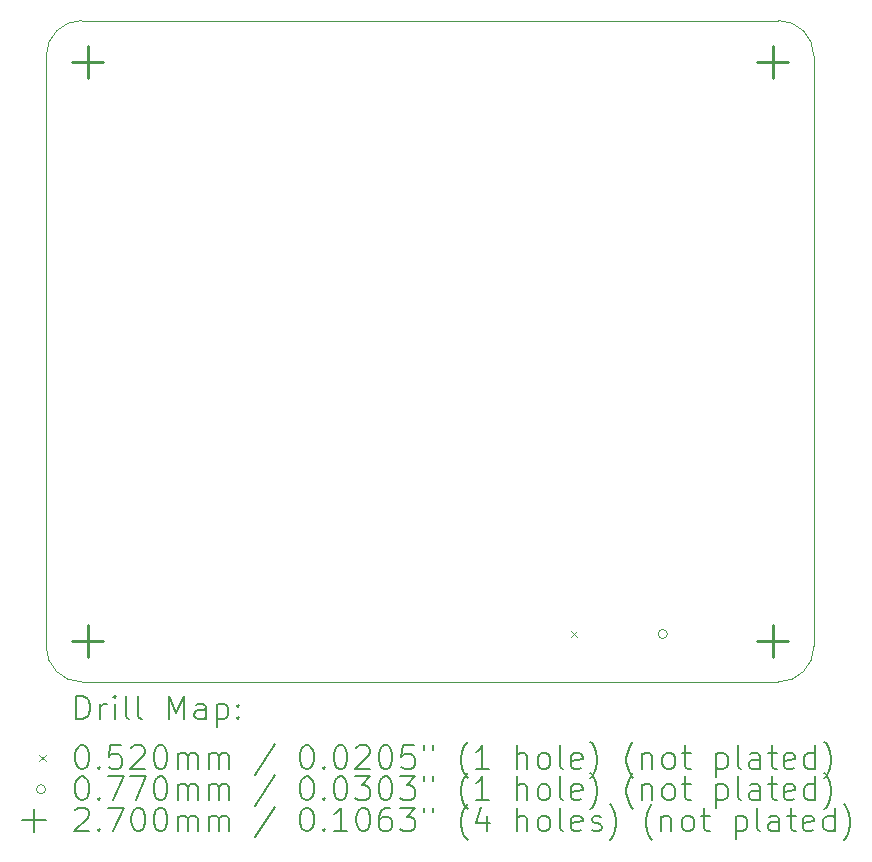
<source format=gbr>
%TF.GenerationSoftware,KiCad,Pcbnew,8.0.2*%
%TF.CreationDate,2024-09-30T17:16:10+02:00*%
%TF.ProjectId,AMS Dongle,414d5320-446f-46e6-976c-652e6b696361,rev?*%
%TF.SameCoordinates,Original*%
%TF.FileFunction,Drillmap*%
%TF.FilePolarity,Positive*%
%FSLAX45Y45*%
G04 Gerber Fmt 4.5, Leading zero omitted, Abs format (unit mm)*
G04 Created by KiCad (PCBNEW 8.0.2) date 2024-09-30 17:16:10*
%MOMM*%
%LPD*%
G01*
G04 APERTURE LIST*
%ADD10C,0.100000*%
%ADD11C,0.200000*%
%ADD12C,0.270000*%
G04 APERTURE END LIST*
D10*
X16200000Y-4400000D02*
G75*
G02*
X16500000Y-4700000I0J-300000D01*
G01*
X16500000Y-9700000D02*
X16500000Y-4700000D01*
X10000000Y-4700000D02*
X10000000Y-6300000D01*
X10000000Y-6300000D02*
X10000000Y-8100000D01*
X10300000Y-10000000D02*
G75*
G02*
X10000000Y-9700000I0J300000D01*
G01*
X16050000Y-10000000D02*
X15592500Y-10000000D01*
X15592500Y-10000000D02*
X10550000Y-10000000D01*
X10300000Y-10000000D02*
X10550000Y-10000000D01*
X16050000Y-10000000D02*
X16200000Y-10000000D01*
X16500000Y-9700000D02*
G75*
G02*
X16200000Y-10000000I-300000J0D01*
G01*
X10000000Y-4700000D02*
G75*
G02*
X10300000Y-4400000I300000J0D01*
G01*
X10000000Y-8100000D02*
X10000000Y-9700000D01*
X16200000Y-4400000D02*
X10300000Y-4400000D01*
D11*
D10*
X14444000Y-9568000D02*
X14496000Y-9620000D01*
X14496000Y-9568000D02*
X14444000Y-9620000D01*
X15258500Y-9594000D02*
G75*
G02*
X15181500Y-9594000I-38500J0D01*
G01*
X15181500Y-9594000D02*
G75*
G02*
X15258500Y-9594000I38500J0D01*
G01*
D12*
X10350000Y-4615000D02*
X10350000Y-4885000D01*
X10215000Y-4750000D02*
X10485000Y-4750000D01*
X10350000Y-9515000D02*
X10350000Y-9785000D01*
X10215000Y-9650000D02*
X10485000Y-9650000D01*
X16150000Y-4615000D02*
X16150000Y-4885000D01*
X16015000Y-4750000D02*
X16285000Y-4750000D01*
X16150000Y-9515000D02*
X16150000Y-9785000D01*
X16015000Y-9650000D02*
X16285000Y-9650000D01*
D11*
X10255777Y-10316484D02*
X10255777Y-10116484D01*
X10255777Y-10116484D02*
X10303396Y-10116484D01*
X10303396Y-10116484D02*
X10331967Y-10126008D01*
X10331967Y-10126008D02*
X10351015Y-10145055D01*
X10351015Y-10145055D02*
X10360539Y-10164103D01*
X10360539Y-10164103D02*
X10370063Y-10202198D01*
X10370063Y-10202198D02*
X10370063Y-10230770D01*
X10370063Y-10230770D02*
X10360539Y-10268865D01*
X10360539Y-10268865D02*
X10351015Y-10287912D01*
X10351015Y-10287912D02*
X10331967Y-10306960D01*
X10331967Y-10306960D02*
X10303396Y-10316484D01*
X10303396Y-10316484D02*
X10255777Y-10316484D01*
X10455777Y-10316484D02*
X10455777Y-10183150D01*
X10455777Y-10221246D02*
X10465301Y-10202198D01*
X10465301Y-10202198D02*
X10474824Y-10192674D01*
X10474824Y-10192674D02*
X10493872Y-10183150D01*
X10493872Y-10183150D02*
X10512920Y-10183150D01*
X10579586Y-10316484D02*
X10579586Y-10183150D01*
X10579586Y-10116484D02*
X10570063Y-10126008D01*
X10570063Y-10126008D02*
X10579586Y-10135531D01*
X10579586Y-10135531D02*
X10589110Y-10126008D01*
X10589110Y-10126008D02*
X10579586Y-10116484D01*
X10579586Y-10116484D02*
X10579586Y-10135531D01*
X10703396Y-10316484D02*
X10684348Y-10306960D01*
X10684348Y-10306960D02*
X10674824Y-10287912D01*
X10674824Y-10287912D02*
X10674824Y-10116484D01*
X10808158Y-10316484D02*
X10789110Y-10306960D01*
X10789110Y-10306960D02*
X10779586Y-10287912D01*
X10779586Y-10287912D02*
X10779586Y-10116484D01*
X11036729Y-10316484D02*
X11036729Y-10116484D01*
X11036729Y-10116484D02*
X11103396Y-10259341D01*
X11103396Y-10259341D02*
X11170063Y-10116484D01*
X11170063Y-10116484D02*
X11170063Y-10316484D01*
X11351015Y-10316484D02*
X11351015Y-10211722D01*
X11351015Y-10211722D02*
X11341491Y-10192674D01*
X11341491Y-10192674D02*
X11322443Y-10183150D01*
X11322443Y-10183150D02*
X11284348Y-10183150D01*
X11284348Y-10183150D02*
X11265301Y-10192674D01*
X11351015Y-10306960D02*
X11331967Y-10316484D01*
X11331967Y-10316484D02*
X11284348Y-10316484D01*
X11284348Y-10316484D02*
X11265301Y-10306960D01*
X11265301Y-10306960D02*
X11255777Y-10287912D01*
X11255777Y-10287912D02*
X11255777Y-10268865D01*
X11255777Y-10268865D02*
X11265301Y-10249817D01*
X11265301Y-10249817D02*
X11284348Y-10240293D01*
X11284348Y-10240293D02*
X11331967Y-10240293D01*
X11331967Y-10240293D02*
X11351015Y-10230770D01*
X11446253Y-10183150D02*
X11446253Y-10383150D01*
X11446253Y-10192674D02*
X11465301Y-10183150D01*
X11465301Y-10183150D02*
X11503396Y-10183150D01*
X11503396Y-10183150D02*
X11522443Y-10192674D01*
X11522443Y-10192674D02*
X11531967Y-10202198D01*
X11531967Y-10202198D02*
X11541491Y-10221246D01*
X11541491Y-10221246D02*
X11541491Y-10278389D01*
X11541491Y-10278389D02*
X11531967Y-10297436D01*
X11531967Y-10297436D02*
X11522443Y-10306960D01*
X11522443Y-10306960D02*
X11503396Y-10316484D01*
X11503396Y-10316484D02*
X11465301Y-10316484D01*
X11465301Y-10316484D02*
X11446253Y-10306960D01*
X11627205Y-10297436D02*
X11636729Y-10306960D01*
X11636729Y-10306960D02*
X11627205Y-10316484D01*
X11627205Y-10316484D02*
X11617682Y-10306960D01*
X11617682Y-10306960D02*
X11627205Y-10297436D01*
X11627205Y-10297436D02*
X11627205Y-10316484D01*
X11627205Y-10192674D02*
X11636729Y-10202198D01*
X11636729Y-10202198D02*
X11627205Y-10211722D01*
X11627205Y-10211722D02*
X11617682Y-10202198D01*
X11617682Y-10202198D02*
X11627205Y-10192674D01*
X11627205Y-10192674D02*
X11627205Y-10211722D01*
D10*
X9943000Y-10619000D02*
X9995000Y-10671000D01*
X9995000Y-10619000D02*
X9943000Y-10671000D01*
D11*
X10293872Y-10536484D02*
X10312920Y-10536484D01*
X10312920Y-10536484D02*
X10331967Y-10546008D01*
X10331967Y-10546008D02*
X10341491Y-10555531D01*
X10341491Y-10555531D02*
X10351015Y-10574579D01*
X10351015Y-10574579D02*
X10360539Y-10612674D01*
X10360539Y-10612674D02*
X10360539Y-10660293D01*
X10360539Y-10660293D02*
X10351015Y-10698389D01*
X10351015Y-10698389D02*
X10341491Y-10717436D01*
X10341491Y-10717436D02*
X10331967Y-10726960D01*
X10331967Y-10726960D02*
X10312920Y-10736484D01*
X10312920Y-10736484D02*
X10293872Y-10736484D01*
X10293872Y-10736484D02*
X10274824Y-10726960D01*
X10274824Y-10726960D02*
X10265301Y-10717436D01*
X10265301Y-10717436D02*
X10255777Y-10698389D01*
X10255777Y-10698389D02*
X10246253Y-10660293D01*
X10246253Y-10660293D02*
X10246253Y-10612674D01*
X10246253Y-10612674D02*
X10255777Y-10574579D01*
X10255777Y-10574579D02*
X10265301Y-10555531D01*
X10265301Y-10555531D02*
X10274824Y-10546008D01*
X10274824Y-10546008D02*
X10293872Y-10536484D01*
X10446253Y-10717436D02*
X10455777Y-10726960D01*
X10455777Y-10726960D02*
X10446253Y-10736484D01*
X10446253Y-10736484D02*
X10436729Y-10726960D01*
X10436729Y-10726960D02*
X10446253Y-10717436D01*
X10446253Y-10717436D02*
X10446253Y-10736484D01*
X10636729Y-10536484D02*
X10541491Y-10536484D01*
X10541491Y-10536484D02*
X10531967Y-10631722D01*
X10531967Y-10631722D02*
X10541491Y-10622198D01*
X10541491Y-10622198D02*
X10560539Y-10612674D01*
X10560539Y-10612674D02*
X10608158Y-10612674D01*
X10608158Y-10612674D02*
X10627205Y-10622198D01*
X10627205Y-10622198D02*
X10636729Y-10631722D01*
X10636729Y-10631722D02*
X10646253Y-10650770D01*
X10646253Y-10650770D02*
X10646253Y-10698389D01*
X10646253Y-10698389D02*
X10636729Y-10717436D01*
X10636729Y-10717436D02*
X10627205Y-10726960D01*
X10627205Y-10726960D02*
X10608158Y-10736484D01*
X10608158Y-10736484D02*
X10560539Y-10736484D01*
X10560539Y-10736484D02*
X10541491Y-10726960D01*
X10541491Y-10726960D02*
X10531967Y-10717436D01*
X10722444Y-10555531D02*
X10731967Y-10546008D01*
X10731967Y-10546008D02*
X10751015Y-10536484D01*
X10751015Y-10536484D02*
X10798634Y-10536484D01*
X10798634Y-10536484D02*
X10817682Y-10546008D01*
X10817682Y-10546008D02*
X10827205Y-10555531D01*
X10827205Y-10555531D02*
X10836729Y-10574579D01*
X10836729Y-10574579D02*
X10836729Y-10593627D01*
X10836729Y-10593627D02*
X10827205Y-10622198D01*
X10827205Y-10622198D02*
X10712920Y-10736484D01*
X10712920Y-10736484D02*
X10836729Y-10736484D01*
X10960539Y-10536484D02*
X10979586Y-10536484D01*
X10979586Y-10536484D02*
X10998634Y-10546008D01*
X10998634Y-10546008D02*
X11008158Y-10555531D01*
X11008158Y-10555531D02*
X11017682Y-10574579D01*
X11017682Y-10574579D02*
X11027205Y-10612674D01*
X11027205Y-10612674D02*
X11027205Y-10660293D01*
X11027205Y-10660293D02*
X11017682Y-10698389D01*
X11017682Y-10698389D02*
X11008158Y-10717436D01*
X11008158Y-10717436D02*
X10998634Y-10726960D01*
X10998634Y-10726960D02*
X10979586Y-10736484D01*
X10979586Y-10736484D02*
X10960539Y-10736484D01*
X10960539Y-10736484D02*
X10941491Y-10726960D01*
X10941491Y-10726960D02*
X10931967Y-10717436D01*
X10931967Y-10717436D02*
X10922444Y-10698389D01*
X10922444Y-10698389D02*
X10912920Y-10660293D01*
X10912920Y-10660293D02*
X10912920Y-10612674D01*
X10912920Y-10612674D02*
X10922444Y-10574579D01*
X10922444Y-10574579D02*
X10931967Y-10555531D01*
X10931967Y-10555531D02*
X10941491Y-10546008D01*
X10941491Y-10546008D02*
X10960539Y-10536484D01*
X11112920Y-10736484D02*
X11112920Y-10603150D01*
X11112920Y-10622198D02*
X11122444Y-10612674D01*
X11122444Y-10612674D02*
X11141491Y-10603150D01*
X11141491Y-10603150D02*
X11170063Y-10603150D01*
X11170063Y-10603150D02*
X11189110Y-10612674D01*
X11189110Y-10612674D02*
X11198634Y-10631722D01*
X11198634Y-10631722D02*
X11198634Y-10736484D01*
X11198634Y-10631722D02*
X11208158Y-10612674D01*
X11208158Y-10612674D02*
X11227205Y-10603150D01*
X11227205Y-10603150D02*
X11255777Y-10603150D01*
X11255777Y-10603150D02*
X11274824Y-10612674D01*
X11274824Y-10612674D02*
X11284348Y-10631722D01*
X11284348Y-10631722D02*
X11284348Y-10736484D01*
X11379586Y-10736484D02*
X11379586Y-10603150D01*
X11379586Y-10622198D02*
X11389110Y-10612674D01*
X11389110Y-10612674D02*
X11408158Y-10603150D01*
X11408158Y-10603150D02*
X11436729Y-10603150D01*
X11436729Y-10603150D02*
X11455777Y-10612674D01*
X11455777Y-10612674D02*
X11465301Y-10631722D01*
X11465301Y-10631722D02*
X11465301Y-10736484D01*
X11465301Y-10631722D02*
X11474824Y-10612674D01*
X11474824Y-10612674D02*
X11493872Y-10603150D01*
X11493872Y-10603150D02*
X11522443Y-10603150D01*
X11522443Y-10603150D02*
X11541491Y-10612674D01*
X11541491Y-10612674D02*
X11551015Y-10631722D01*
X11551015Y-10631722D02*
X11551015Y-10736484D01*
X11941491Y-10526960D02*
X11770063Y-10784103D01*
X12198634Y-10536484D02*
X12217682Y-10536484D01*
X12217682Y-10536484D02*
X12236729Y-10546008D01*
X12236729Y-10546008D02*
X12246253Y-10555531D01*
X12246253Y-10555531D02*
X12255777Y-10574579D01*
X12255777Y-10574579D02*
X12265301Y-10612674D01*
X12265301Y-10612674D02*
X12265301Y-10660293D01*
X12265301Y-10660293D02*
X12255777Y-10698389D01*
X12255777Y-10698389D02*
X12246253Y-10717436D01*
X12246253Y-10717436D02*
X12236729Y-10726960D01*
X12236729Y-10726960D02*
X12217682Y-10736484D01*
X12217682Y-10736484D02*
X12198634Y-10736484D01*
X12198634Y-10736484D02*
X12179586Y-10726960D01*
X12179586Y-10726960D02*
X12170063Y-10717436D01*
X12170063Y-10717436D02*
X12160539Y-10698389D01*
X12160539Y-10698389D02*
X12151015Y-10660293D01*
X12151015Y-10660293D02*
X12151015Y-10612674D01*
X12151015Y-10612674D02*
X12160539Y-10574579D01*
X12160539Y-10574579D02*
X12170063Y-10555531D01*
X12170063Y-10555531D02*
X12179586Y-10546008D01*
X12179586Y-10546008D02*
X12198634Y-10536484D01*
X12351015Y-10717436D02*
X12360539Y-10726960D01*
X12360539Y-10726960D02*
X12351015Y-10736484D01*
X12351015Y-10736484D02*
X12341491Y-10726960D01*
X12341491Y-10726960D02*
X12351015Y-10717436D01*
X12351015Y-10717436D02*
X12351015Y-10736484D01*
X12484348Y-10536484D02*
X12503396Y-10536484D01*
X12503396Y-10536484D02*
X12522444Y-10546008D01*
X12522444Y-10546008D02*
X12531967Y-10555531D01*
X12531967Y-10555531D02*
X12541491Y-10574579D01*
X12541491Y-10574579D02*
X12551015Y-10612674D01*
X12551015Y-10612674D02*
X12551015Y-10660293D01*
X12551015Y-10660293D02*
X12541491Y-10698389D01*
X12541491Y-10698389D02*
X12531967Y-10717436D01*
X12531967Y-10717436D02*
X12522444Y-10726960D01*
X12522444Y-10726960D02*
X12503396Y-10736484D01*
X12503396Y-10736484D02*
X12484348Y-10736484D01*
X12484348Y-10736484D02*
X12465301Y-10726960D01*
X12465301Y-10726960D02*
X12455777Y-10717436D01*
X12455777Y-10717436D02*
X12446253Y-10698389D01*
X12446253Y-10698389D02*
X12436729Y-10660293D01*
X12436729Y-10660293D02*
X12436729Y-10612674D01*
X12436729Y-10612674D02*
X12446253Y-10574579D01*
X12446253Y-10574579D02*
X12455777Y-10555531D01*
X12455777Y-10555531D02*
X12465301Y-10546008D01*
X12465301Y-10546008D02*
X12484348Y-10536484D01*
X12627206Y-10555531D02*
X12636729Y-10546008D01*
X12636729Y-10546008D02*
X12655777Y-10536484D01*
X12655777Y-10536484D02*
X12703396Y-10536484D01*
X12703396Y-10536484D02*
X12722444Y-10546008D01*
X12722444Y-10546008D02*
X12731967Y-10555531D01*
X12731967Y-10555531D02*
X12741491Y-10574579D01*
X12741491Y-10574579D02*
X12741491Y-10593627D01*
X12741491Y-10593627D02*
X12731967Y-10622198D01*
X12731967Y-10622198D02*
X12617682Y-10736484D01*
X12617682Y-10736484D02*
X12741491Y-10736484D01*
X12865301Y-10536484D02*
X12884348Y-10536484D01*
X12884348Y-10536484D02*
X12903396Y-10546008D01*
X12903396Y-10546008D02*
X12912920Y-10555531D01*
X12912920Y-10555531D02*
X12922444Y-10574579D01*
X12922444Y-10574579D02*
X12931967Y-10612674D01*
X12931967Y-10612674D02*
X12931967Y-10660293D01*
X12931967Y-10660293D02*
X12922444Y-10698389D01*
X12922444Y-10698389D02*
X12912920Y-10717436D01*
X12912920Y-10717436D02*
X12903396Y-10726960D01*
X12903396Y-10726960D02*
X12884348Y-10736484D01*
X12884348Y-10736484D02*
X12865301Y-10736484D01*
X12865301Y-10736484D02*
X12846253Y-10726960D01*
X12846253Y-10726960D02*
X12836729Y-10717436D01*
X12836729Y-10717436D02*
X12827206Y-10698389D01*
X12827206Y-10698389D02*
X12817682Y-10660293D01*
X12817682Y-10660293D02*
X12817682Y-10612674D01*
X12817682Y-10612674D02*
X12827206Y-10574579D01*
X12827206Y-10574579D02*
X12836729Y-10555531D01*
X12836729Y-10555531D02*
X12846253Y-10546008D01*
X12846253Y-10546008D02*
X12865301Y-10536484D01*
X13112920Y-10536484D02*
X13017682Y-10536484D01*
X13017682Y-10536484D02*
X13008158Y-10631722D01*
X13008158Y-10631722D02*
X13017682Y-10622198D01*
X13017682Y-10622198D02*
X13036729Y-10612674D01*
X13036729Y-10612674D02*
X13084348Y-10612674D01*
X13084348Y-10612674D02*
X13103396Y-10622198D01*
X13103396Y-10622198D02*
X13112920Y-10631722D01*
X13112920Y-10631722D02*
X13122444Y-10650770D01*
X13122444Y-10650770D02*
X13122444Y-10698389D01*
X13122444Y-10698389D02*
X13112920Y-10717436D01*
X13112920Y-10717436D02*
X13103396Y-10726960D01*
X13103396Y-10726960D02*
X13084348Y-10736484D01*
X13084348Y-10736484D02*
X13036729Y-10736484D01*
X13036729Y-10736484D02*
X13017682Y-10726960D01*
X13017682Y-10726960D02*
X13008158Y-10717436D01*
X13198634Y-10536484D02*
X13198634Y-10574579D01*
X13274825Y-10536484D02*
X13274825Y-10574579D01*
X13570063Y-10812674D02*
X13560539Y-10803150D01*
X13560539Y-10803150D02*
X13541491Y-10774579D01*
X13541491Y-10774579D02*
X13531968Y-10755531D01*
X13531968Y-10755531D02*
X13522444Y-10726960D01*
X13522444Y-10726960D02*
X13512920Y-10679341D01*
X13512920Y-10679341D02*
X13512920Y-10641246D01*
X13512920Y-10641246D02*
X13522444Y-10593627D01*
X13522444Y-10593627D02*
X13531968Y-10565055D01*
X13531968Y-10565055D02*
X13541491Y-10546008D01*
X13541491Y-10546008D02*
X13560539Y-10517436D01*
X13560539Y-10517436D02*
X13570063Y-10507912D01*
X13751015Y-10736484D02*
X13636729Y-10736484D01*
X13693872Y-10736484D02*
X13693872Y-10536484D01*
X13693872Y-10536484D02*
X13674825Y-10565055D01*
X13674825Y-10565055D02*
X13655777Y-10584103D01*
X13655777Y-10584103D02*
X13636729Y-10593627D01*
X13989110Y-10736484D02*
X13989110Y-10536484D01*
X14074825Y-10736484D02*
X14074825Y-10631722D01*
X14074825Y-10631722D02*
X14065301Y-10612674D01*
X14065301Y-10612674D02*
X14046253Y-10603150D01*
X14046253Y-10603150D02*
X14017682Y-10603150D01*
X14017682Y-10603150D02*
X13998634Y-10612674D01*
X13998634Y-10612674D02*
X13989110Y-10622198D01*
X14198634Y-10736484D02*
X14179587Y-10726960D01*
X14179587Y-10726960D02*
X14170063Y-10717436D01*
X14170063Y-10717436D02*
X14160539Y-10698389D01*
X14160539Y-10698389D02*
X14160539Y-10641246D01*
X14160539Y-10641246D02*
X14170063Y-10622198D01*
X14170063Y-10622198D02*
X14179587Y-10612674D01*
X14179587Y-10612674D02*
X14198634Y-10603150D01*
X14198634Y-10603150D02*
X14227206Y-10603150D01*
X14227206Y-10603150D02*
X14246253Y-10612674D01*
X14246253Y-10612674D02*
X14255777Y-10622198D01*
X14255777Y-10622198D02*
X14265301Y-10641246D01*
X14265301Y-10641246D02*
X14265301Y-10698389D01*
X14265301Y-10698389D02*
X14255777Y-10717436D01*
X14255777Y-10717436D02*
X14246253Y-10726960D01*
X14246253Y-10726960D02*
X14227206Y-10736484D01*
X14227206Y-10736484D02*
X14198634Y-10736484D01*
X14379587Y-10736484D02*
X14360539Y-10726960D01*
X14360539Y-10726960D02*
X14351015Y-10707912D01*
X14351015Y-10707912D02*
X14351015Y-10536484D01*
X14531968Y-10726960D02*
X14512920Y-10736484D01*
X14512920Y-10736484D02*
X14474825Y-10736484D01*
X14474825Y-10736484D02*
X14455777Y-10726960D01*
X14455777Y-10726960D02*
X14446253Y-10707912D01*
X14446253Y-10707912D02*
X14446253Y-10631722D01*
X14446253Y-10631722D02*
X14455777Y-10612674D01*
X14455777Y-10612674D02*
X14474825Y-10603150D01*
X14474825Y-10603150D02*
X14512920Y-10603150D01*
X14512920Y-10603150D02*
X14531968Y-10612674D01*
X14531968Y-10612674D02*
X14541491Y-10631722D01*
X14541491Y-10631722D02*
X14541491Y-10650770D01*
X14541491Y-10650770D02*
X14446253Y-10669817D01*
X14608158Y-10812674D02*
X14617682Y-10803150D01*
X14617682Y-10803150D02*
X14636730Y-10774579D01*
X14636730Y-10774579D02*
X14646253Y-10755531D01*
X14646253Y-10755531D02*
X14655777Y-10726960D01*
X14655777Y-10726960D02*
X14665301Y-10679341D01*
X14665301Y-10679341D02*
X14665301Y-10641246D01*
X14665301Y-10641246D02*
X14655777Y-10593627D01*
X14655777Y-10593627D02*
X14646253Y-10565055D01*
X14646253Y-10565055D02*
X14636730Y-10546008D01*
X14636730Y-10546008D02*
X14617682Y-10517436D01*
X14617682Y-10517436D02*
X14608158Y-10507912D01*
X14970063Y-10812674D02*
X14960539Y-10803150D01*
X14960539Y-10803150D02*
X14941491Y-10774579D01*
X14941491Y-10774579D02*
X14931968Y-10755531D01*
X14931968Y-10755531D02*
X14922444Y-10726960D01*
X14922444Y-10726960D02*
X14912920Y-10679341D01*
X14912920Y-10679341D02*
X14912920Y-10641246D01*
X14912920Y-10641246D02*
X14922444Y-10593627D01*
X14922444Y-10593627D02*
X14931968Y-10565055D01*
X14931968Y-10565055D02*
X14941491Y-10546008D01*
X14941491Y-10546008D02*
X14960539Y-10517436D01*
X14960539Y-10517436D02*
X14970063Y-10507912D01*
X15046253Y-10603150D02*
X15046253Y-10736484D01*
X15046253Y-10622198D02*
X15055777Y-10612674D01*
X15055777Y-10612674D02*
X15074825Y-10603150D01*
X15074825Y-10603150D02*
X15103396Y-10603150D01*
X15103396Y-10603150D02*
X15122444Y-10612674D01*
X15122444Y-10612674D02*
X15131968Y-10631722D01*
X15131968Y-10631722D02*
X15131968Y-10736484D01*
X15255777Y-10736484D02*
X15236730Y-10726960D01*
X15236730Y-10726960D02*
X15227206Y-10717436D01*
X15227206Y-10717436D02*
X15217682Y-10698389D01*
X15217682Y-10698389D02*
X15217682Y-10641246D01*
X15217682Y-10641246D02*
X15227206Y-10622198D01*
X15227206Y-10622198D02*
X15236730Y-10612674D01*
X15236730Y-10612674D02*
X15255777Y-10603150D01*
X15255777Y-10603150D02*
X15284349Y-10603150D01*
X15284349Y-10603150D02*
X15303396Y-10612674D01*
X15303396Y-10612674D02*
X15312920Y-10622198D01*
X15312920Y-10622198D02*
X15322444Y-10641246D01*
X15322444Y-10641246D02*
X15322444Y-10698389D01*
X15322444Y-10698389D02*
X15312920Y-10717436D01*
X15312920Y-10717436D02*
X15303396Y-10726960D01*
X15303396Y-10726960D02*
X15284349Y-10736484D01*
X15284349Y-10736484D02*
X15255777Y-10736484D01*
X15379587Y-10603150D02*
X15455777Y-10603150D01*
X15408158Y-10536484D02*
X15408158Y-10707912D01*
X15408158Y-10707912D02*
X15417682Y-10726960D01*
X15417682Y-10726960D02*
X15436730Y-10736484D01*
X15436730Y-10736484D02*
X15455777Y-10736484D01*
X15674825Y-10603150D02*
X15674825Y-10803150D01*
X15674825Y-10612674D02*
X15693872Y-10603150D01*
X15693872Y-10603150D02*
X15731968Y-10603150D01*
X15731968Y-10603150D02*
X15751015Y-10612674D01*
X15751015Y-10612674D02*
X15760539Y-10622198D01*
X15760539Y-10622198D02*
X15770063Y-10641246D01*
X15770063Y-10641246D02*
X15770063Y-10698389D01*
X15770063Y-10698389D02*
X15760539Y-10717436D01*
X15760539Y-10717436D02*
X15751015Y-10726960D01*
X15751015Y-10726960D02*
X15731968Y-10736484D01*
X15731968Y-10736484D02*
X15693872Y-10736484D01*
X15693872Y-10736484D02*
X15674825Y-10726960D01*
X15884349Y-10736484D02*
X15865301Y-10726960D01*
X15865301Y-10726960D02*
X15855777Y-10707912D01*
X15855777Y-10707912D02*
X15855777Y-10536484D01*
X16046253Y-10736484D02*
X16046253Y-10631722D01*
X16046253Y-10631722D02*
X16036730Y-10612674D01*
X16036730Y-10612674D02*
X16017682Y-10603150D01*
X16017682Y-10603150D02*
X15979587Y-10603150D01*
X15979587Y-10603150D02*
X15960539Y-10612674D01*
X16046253Y-10726960D02*
X16027206Y-10736484D01*
X16027206Y-10736484D02*
X15979587Y-10736484D01*
X15979587Y-10736484D02*
X15960539Y-10726960D01*
X15960539Y-10726960D02*
X15951015Y-10707912D01*
X15951015Y-10707912D02*
X15951015Y-10688865D01*
X15951015Y-10688865D02*
X15960539Y-10669817D01*
X15960539Y-10669817D02*
X15979587Y-10660293D01*
X15979587Y-10660293D02*
X16027206Y-10660293D01*
X16027206Y-10660293D02*
X16046253Y-10650770D01*
X16112920Y-10603150D02*
X16189111Y-10603150D01*
X16141492Y-10536484D02*
X16141492Y-10707912D01*
X16141492Y-10707912D02*
X16151015Y-10726960D01*
X16151015Y-10726960D02*
X16170063Y-10736484D01*
X16170063Y-10736484D02*
X16189111Y-10736484D01*
X16331968Y-10726960D02*
X16312920Y-10736484D01*
X16312920Y-10736484D02*
X16274825Y-10736484D01*
X16274825Y-10736484D02*
X16255777Y-10726960D01*
X16255777Y-10726960D02*
X16246253Y-10707912D01*
X16246253Y-10707912D02*
X16246253Y-10631722D01*
X16246253Y-10631722D02*
X16255777Y-10612674D01*
X16255777Y-10612674D02*
X16274825Y-10603150D01*
X16274825Y-10603150D02*
X16312920Y-10603150D01*
X16312920Y-10603150D02*
X16331968Y-10612674D01*
X16331968Y-10612674D02*
X16341492Y-10631722D01*
X16341492Y-10631722D02*
X16341492Y-10650770D01*
X16341492Y-10650770D02*
X16246253Y-10669817D01*
X16512920Y-10736484D02*
X16512920Y-10536484D01*
X16512920Y-10726960D02*
X16493873Y-10736484D01*
X16493873Y-10736484D02*
X16455777Y-10736484D01*
X16455777Y-10736484D02*
X16436730Y-10726960D01*
X16436730Y-10726960D02*
X16427206Y-10717436D01*
X16427206Y-10717436D02*
X16417682Y-10698389D01*
X16417682Y-10698389D02*
X16417682Y-10641246D01*
X16417682Y-10641246D02*
X16427206Y-10622198D01*
X16427206Y-10622198D02*
X16436730Y-10612674D01*
X16436730Y-10612674D02*
X16455777Y-10603150D01*
X16455777Y-10603150D02*
X16493873Y-10603150D01*
X16493873Y-10603150D02*
X16512920Y-10612674D01*
X16589111Y-10812674D02*
X16598634Y-10803150D01*
X16598634Y-10803150D02*
X16617682Y-10774579D01*
X16617682Y-10774579D02*
X16627206Y-10755531D01*
X16627206Y-10755531D02*
X16636730Y-10726960D01*
X16636730Y-10726960D02*
X16646253Y-10679341D01*
X16646253Y-10679341D02*
X16646253Y-10641246D01*
X16646253Y-10641246D02*
X16636730Y-10593627D01*
X16636730Y-10593627D02*
X16627206Y-10565055D01*
X16627206Y-10565055D02*
X16617682Y-10546008D01*
X16617682Y-10546008D02*
X16598634Y-10517436D01*
X16598634Y-10517436D02*
X16589111Y-10507912D01*
D10*
X9995000Y-10909000D02*
G75*
G02*
X9918000Y-10909000I-38500J0D01*
G01*
X9918000Y-10909000D02*
G75*
G02*
X9995000Y-10909000I38500J0D01*
G01*
D11*
X10293872Y-10800484D02*
X10312920Y-10800484D01*
X10312920Y-10800484D02*
X10331967Y-10810008D01*
X10331967Y-10810008D02*
X10341491Y-10819531D01*
X10341491Y-10819531D02*
X10351015Y-10838579D01*
X10351015Y-10838579D02*
X10360539Y-10876674D01*
X10360539Y-10876674D02*
X10360539Y-10924293D01*
X10360539Y-10924293D02*
X10351015Y-10962389D01*
X10351015Y-10962389D02*
X10341491Y-10981436D01*
X10341491Y-10981436D02*
X10331967Y-10990960D01*
X10331967Y-10990960D02*
X10312920Y-11000484D01*
X10312920Y-11000484D02*
X10293872Y-11000484D01*
X10293872Y-11000484D02*
X10274824Y-10990960D01*
X10274824Y-10990960D02*
X10265301Y-10981436D01*
X10265301Y-10981436D02*
X10255777Y-10962389D01*
X10255777Y-10962389D02*
X10246253Y-10924293D01*
X10246253Y-10924293D02*
X10246253Y-10876674D01*
X10246253Y-10876674D02*
X10255777Y-10838579D01*
X10255777Y-10838579D02*
X10265301Y-10819531D01*
X10265301Y-10819531D02*
X10274824Y-10810008D01*
X10274824Y-10810008D02*
X10293872Y-10800484D01*
X10446253Y-10981436D02*
X10455777Y-10990960D01*
X10455777Y-10990960D02*
X10446253Y-11000484D01*
X10446253Y-11000484D02*
X10436729Y-10990960D01*
X10436729Y-10990960D02*
X10446253Y-10981436D01*
X10446253Y-10981436D02*
X10446253Y-11000484D01*
X10522444Y-10800484D02*
X10655777Y-10800484D01*
X10655777Y-10800484D02*
X10570063Y-11000484D01*
X10712920Y-10800484D02*
X10846253Y-10800484D01*
X10846253Y-10800484D02*
X10760539Y-11000484D01*
X10960539Y-10800484D02*
X10979586Y-10800484D01*
X10979586Y-10800484D02*
X10998634Y-10810008D01*
X10998634Y-10810008D02*
X11008158Y-10819531D01*
X11008158Y-10819531D02*
X11017682Y-10838579D01*
X11017682Y-10838579D02*
X11027205Y-10876674D01*
X11027205Y-10876674D02*
X11027205Y-10924293D01*
X11027205Y-10924293D02*
X11017682Y-10962389D01*
X11017682Y-10962389D02*
X11008158Y-10981436D01*
X11008158Y-10981436D02*
X10998634Y-10990960D01*
X10998634Y-10990960D02*
X10979586Y-11000484D01*
X10979586Y-11000484D02*
X10960539Y-11000484D01*
X10960539Y-11000484D02*
X10941491Y-10990960D01*
X10941491Y-10990960D02*
X10931967Y-10981436D01*
X10931967Y-10981436D02*
X10922444Y-10962389D01*
X10922444Y-10962389D02*
X10912920Y-10924293D01*
X10912920Y-10924293D02*
X10912920Y-10876674D01*
X10912920Y-10876674D02*
X10922444Y-10838579D01*
X10922444Y-10838579D02*
X10931967Y-10819531D01*
X10931967Y-10819531D02*
X10941491Y-10810008D01*
X10941491Y-10810008D02*
X10960539Y-10800484D01*
X11112920Y-11000484D02*
X11112920Y-10867150D01*
X11112920Y-10886198D02*
X11122444Y-10876674D01*
X11122444Y-10876674D02*
X11141491Y-10867150D01*
X11141491Y-10867150D02*
X11170063Y-10867150D01*
X11170063Y-10867150D02*
X11189110Y-10876674D01*
X11189110Y-10876674D02*
X11198634Y-10895722D01*
X11198634Y-10895722D02*
X11198634Y-11000484D01*
X11198634Y-10895722D02*
X11208158Y-10876674D01*
X11208158Y-10876674D02*
X11227205Y-10867150D01*
X11227205Y-10867150D02*
X11255777Y-10867150D01*
X11255777Y-10867150D02*
X11274824Y-10876674D01*
X11274824Y-10876674D02*
X11284348Y-10895722D01*
X11284348Y-10895722D02*
X11284348Y-11000484D01*
X11379586Y-11000484D02*
X11379586Y-10867150D01*
X11379586Y-10886198D02*
X11389110Y-10876674D01*
X11389110Y-10876674D02*
X11408158Y-10867150D01*
X11408158Y-10867150D02*
X11436729Y-10867150D01*
X11436729Y-10867150D02*
X11455777Y-10876674D01*
X11455777Y-10876674D02*
X11465301Y-10895722D01*
X11465301Y-10895722D02*
X11465301Y-11000484D01*
X11465301Y-10895722D02*
X11474824Y-10876674D01*
X11474824Y-10876674D02*
X11493872Y-10867150D01*
X11493872Y-10867150D02*
X11522443Y-10867150D01*
X11522443Y-10867150D02*
X11541491Y-10876674D01*
X11541491Y-10876674D02*
X11551015Y-10895722D01*
X11551015Y-10895722D02*
X11551015Y-11000484D01*
X11941491Y-10790960D02*
X11770063Y-11048103D01*
X12198634Y-10800484D02*
X12217682Y-10800484D01*
X12217682Y-10800484D02*
X12236729Y-10810008D01*
X12236729Y-10810008D02*
X12246253Y-10819531D01*
X12246253Y-10819531D02*
X12255777Y-10838579D01*
X12255777Y-10838579D02*
X12265301Y-10876674D01*
X12265301Y-10876674D02*
X12265301Y-10924293D01*
X12265301Y-10924293D02*
X12255777Y-10962389D01*
X12255777Y-10962389D02*
X12246253Y-10981436D01*
X12246253Y-10981436D02*
X12236729Y-10990960D01*
X12236729Y-10990960D02*
X12217682Y-11000484D01*
X12217682Y-11000484D02*
X12198634Y-11000484D01*
X12198634Y-11000484D02*
X12179586Y-10990960D01*
X12179586Y-10990960D02*
X12170063Y-10981436D01*
X12170063Y-10981436D02*
X12160539Y-10962389D01*
X12160539Y-10962389D02*
X12151015Y-10924293D01*
X12151015Y-10924293D02*
X12151015Y-10876674D01*
X12151015Y-10876674D02*
X12160539Y-10838579D01*
X12160539Y-10838579D02*
X12170063Y-10819531D01*
X12170063Y-10819531D02*
X12179586Y-10810008D01*
X12179586Y-10810008D02*
X12198634Y-10800484D01*
X12351015Y-10981436D02*
X12360539Y-10990960D01*
X12360539Y-10990960D02*
X12351015Y-11000484D01*
X12351015Y-11000484D02*
X12341491Y-10990960D01*
X12341491Y-10990960D02*
X12351015Y-10981436D01*
X12351015Y-10981436D02*
X12351015Y-11000484D01*
X12484348Y-10800484D02*
X12503396Y-10800484D01*
X12503396Y-10800484D02*
X12522444Y-10810008D01*
X12522444Y-10810008D02*
X12531967Y-10819531D01*
X12531967Y-10819531D02*
X12541491Y-10838579D01*
X12541491Y-10838579D02*
X12551015Y-10876674D01*
X12551015Y-10876674D02*
X12551015Y-10924293D01*
X12551015Y-10924293D02*
X12541491Y-10962389D01*
X12541491Y-10962389D02*
X12531967Y-10981436D01*
X12531967Y-10981436D02*
X12522444Y-10990960D01*
X12522444Y-10990960D02*
X12503396Y-11000484D01*
X12503396Y-11000484D02*
X12484348Y-11000484D01*
X12484348Y-11000484D02*
X12465301Y-10990960D01*
X12465301Y-10990960D02*
X12455777Y-10981436D01*
X12455777Y-10981436D02*
X12446253Y-10962389D01*
X12446253Y-10962389D02*
X12436729Y-10924293D01*
X12436729Y-10924293D02*
X12436729Y-10876674D01*
X12436729Y-10876674D02*
X12446253Y-10838579D01*
X12446253Y-10838579D02*
X12455777Y-10819531D01*
X12455777Y-10819531D02*
X12465301Y-10810008D01*
X12465301Y-10810008D02*
X12484348Y-10800484D01*
X12617682Y-10800484D02*
X12741491Y-10800484D01*
X12741491Y-10800484D02*
X12674825Y-10876674D01*
X12674825Y-10876674D02*
X12703396Y-10876674D01*
X12703396Y-10876674D02*
X12722444Y-10886198D01*
X12722444Y-10886198D02*
X12731967Y-10895722D01*
X12731967Y-10895722D02*
X12741491Y-10914770D01*
X12741491Y-10914770D02*
X12741491Y-10962389D01*
X12741491Y-10962389D02*
X12731967Y-10981436D01*
X12731967Y-10981436D02*
X12722444Y-10990960D01*
X12722444Y-10990960D02*
X12703396Y-11000484D01*
X12703396Y-11000484D02*
X12646253Y-11000484D01*
X12646253Y-11000484D02*
X12627206Y-10990960D01*
X12627206Y-10990960D02*
X12617682Y-10981436D01*
X12865301Y-10800484D02*
X12884348Y-10800484D01*
X12884348Y-10800484D02*
X12903396Y-10810008D01*
X12903396Y-10810008D02*
X12912920Y-10819531D01*
X12912920Y-10819531D02*
X12922444Y-10838579D01*
X12922444Y-10838579D02*
X12931967Y-10876674D01*
X12931967Y-10876674D02*
X12931967Y-10924293D01*
X12931967Y-10924293D02*
X12922444Y-10962389D01*
X12922444Y-10962389D02*
X12912920Y-10981436D01*
X12912920Y-10981436D02*
X12903396Y-10990960D01*
X12903396Y-10990960D02*
X12884348Y-11000484D01*
X12884348Y-11000484D02*
X12865301Y-11000484D01*
X12865301Y-11000484D02*
X12846253Y-10990960D01*
X12846253Y-10990960D02*
X12836729Y-10981436D01*
X12836729Y-10981436D02*
X12827206Y-10962389D01*
X12827206Y-10962389D02*
X12817682Y-10924293D01*
X12817682Y-10924293D02*
X12817682Y-10876674D01*
X12817682Y-10876674D02*
X12827206Y-10838579D01*
X12827206Y-10838579D02*
X12836729Y-10819531D01*
X12836729Y-10819531D02*
X12846253Y-10810008D01*
X12846253Y-10810008D02*
X12865301Y-10800484D01*
X12998634Y-10800484D02*
X13122444Y-10800484D01*
X13122444Y-10800484D02*
X13055777Y-10876674D01*
X13055777Y-10876674D02*
X13084348Y-10876674D01*
X13084348Y-10876674D02*
X13103396Y-10886198D01*
X13103396Y-10886198D02*
X13112920Y-10895722D01*
X13112920Y-10895722D02*
X13122444Y-10914770D01*
X13122444Y-10914770D02*
X13122444Y-10962389D01*
X13122444Y-10962389D02*
X13112920Y-10981436D01*
X13112920Y-10981436D02*
X13103396Y-10990960D01*
X13103396Y-10990960D02*
X13084348Y-11000484D01*
X13084348Y-11000484D02*
X13027206Y-11000484D01*
X13027206Y-11000484D02*
X13008158Y-10990960D01*
X13008158Y-10990960D02*
X12998634Y-10981436D01*
X13198634Y-10800484D02*
X13198634Y-10838579D01*
X13274825Y-10800484D02*
X13274825Y-10838579D01*
X13570063Y-11076674D02*
X13560539Y-11067150D01*
X13560539Y-11067150D02*
X13541491Y-11038579D01*
X13541491Y-11038579D02*
X13531968Y-11019531D01*
X13531968Y-11019531D02*
X13522444Y-10990960D01*
X13522444Y-10990960D02*
X13512920Y-10943341D01*
X13512920Y-10943341D02*
X13512920Y-10905246D01*
X13512920Y-10905246D02*
X13522444Y-10857627D01*
X13522444Y-10857627D02*
X13531968Y-10829055D01*
X13531968Y-10829055D02*
X13541491Y-10810008D01*
X13541491Y-10810008D02*
X13560539Y-10781436D01*
X13560539Y-10781436D02*
X13570063Y-10771912D01*
X13751015Y-11000484D02*
X13636729Y-11000484D01*
X13693872Y-11000484D02*
X13693872Y-10800484D01*
X13693872Y-10800484D02*
X13674825Y-10829055D01*
X13674825Y-10829055D02*
X13655777Y-10848103D01*
X13655777Y-10848103D02*
X13636729Y-10857627D01*
X13989110Y-11000484D02*
X13989110Y-10800484D01*
X14074825Y-11000484D02*
X14074825Y-10895722D01*
X14074825Y-10895722D02*
X14065301Y-10876674D01*
X14065301Y-10876674D02*
X14046253Y-10867150D01*
X14046253Y-10867150D02*
X14017682Y-10867150D01*
X14017682Y-10867150D02*
X13998634Y-10876674D01*
X13998634Y-10876674D02*
X13989110Y-10886198D01*
X14198634Y-11000484D02*
X14179587Y-10990960D01*
X14179587Y-10990960D02*
X14170063Y-10981436D01*
X14170063Y-10981436D02*
X14160539Y-10962389D01*
X14160539Y-10962389D02*
X14160539Y-10905246D01*
X14160539Y-10905246D02*
X14170063Y-10886198D01*
X14170063Y-10886198D02*
X14179587Y-10876674D01*
X14179587Y-10876674D02*
X14198634Y-10867150D01*
X14198634Y-10867150D02*
X14227206Y-10867150D01*
X14227206Y-10867150D02*
X14246253Y-10876674D01*
X14246253Y-10876674D02*
X14255777Y-10886198D01*
X14255777Y-10886198D02*
X14265301Y-10905246D01*
X14265301Y-10905246D02*
X14265301Y-10962389D01*
X14265301Y-10962389D02*
X14255777Y-10981436D01*
X14255777Y-10981436D02*
X14246253Y-10990960D01*
X14246253Y-10990960D02*
X14227206Y-11000484D01*
X14227206Y-11000484D02*
X14198634Y-11000484D01*
X14379587Y-11000484D02*
X14360539Y-10990960D01*
X14360539Y-10990960D02*
X14351015Y-10971912D01*
X14351015Y-10971912D02*
X14351015Y-10800484D01*
X14531968Y-10990960D02*
X14512920Y-11000484D01*
X14512920Y-11000484D02*
X14474825Y-11000484D01*
X14474825Y-11000484D02*
X14455777Y-10990960D01*
X14455777Y-10990960D02*
X14446253Y-10971912D01*
X14446253Y-10971912D02*
X14446253Y-10895722D01*
X14446253Y-10895722D02*
X14455777Y-10876674D01*
X14455777Y-10876674D02*
X14474825Y-10867150D01*
X14474825Y-10867150D02*
X14512920Y-10867150D01*
X14512920Y-10867150D02*
X14531968Y-10876674D01*
X14531968Y-10876674D02*
X14541491Y-10895722D01*
X14541491Y-10895722D02*
X14541491Y-10914770D01*
X14541491Y-10914770D02*
X14446253Y-10933817D01*
X14608158Y-11076674D02*
X14617682Y-11067150D01*
X14617682Y-11067150D02*
X14636730Y-11038579D01*
X14636730Y-11038579D02*
X14646253Y-11019531D01*
X14646253Y-11019531D02*
X14655777Y-10990960D01*
X14655777Y-10990960D02*
X14665301Y-10943341D01*
X14665301Y-10943341D02*
X14665301Y-10905246D01*
X14665301Y-10905246D02*
X14655777Y-10857627D01*
X14655777Y-10857627D02*
X14646253Y-10829055D01*
X14646253Y-10829055D02*
X14636730Y-10810008D01*
X14636730Y-10810008D02*
X14617682Y-10781436D01*
X14617682Y-10781436D02*
X14608158Y-10771912D01*
X14970063Y-11076674D02*
X14960539Y-11067150D01*
X14960539Y-11067150D02*
X14941491Y-11038579D01*
X14941491Y-11038579D02*
X14931968Y-11019531D01*
X14931968Y-11019531D02*
X14922444Y-10990960D01*
X14922444Y-10990960D02*
X14912920Y-10943341D01*
X14912920Y-10943341D02*
X14912920Y-10905246D01*
X14912920Y-10905246D02*
X14922444Y-10857627D01*
X14922444Y-10857627D02*
X14931968Y-10829055D01*
X14931968Y-10829055D02*
X14941491Y-10810008D01*
X14941491Y-10810008D02*
X14960539Y-10781436D01*
X14960539Y-10781436D02*
X14970063Y-10771912D01*
X15046253Y-10867150D02*
X15046253Y-11000484D01*
X15046253Y-10886198D02*
X15055777Y-10876674D01*
X15055777Y-10876674D02*
X15074825Y-10867150D01*
X15074825Y-10867150D02*
X15103396Y-10867150D01*
X15103396Y-10867150D02*
X15122444Y-10876674D01*
X15122444Y-10876674D02*
X15131968Y-10895722D01*
X15131968Y-10895722D02*
X15131968Y-11000484D01*
X15255777Y-11000484D02*
X15236730Y-10990960D01*
X15236730Y-10990960D02*
X15227206Y-10981436D01*
X15227206Y-10981436D02*
X15217682Y-10962389D01*
X15217682Y-10962389D02*
X15217682Y-10905246D01*
X15217682Y-10905246D02*
X15227206Y-10886198D01*
X15227206Y-10886198D02*
X15236730Y-10876674D01*
X15236730Y-10876674D02*
X15255777Y-10867150D01*
X15255777Y-10867150D02*
X15284349Y-10867150D01*
X15284349Y-10867150D02*
X15303396Y-10876674D01*
X15303396Y-10876674D02*
X15312920Y-10886198D01*
X15312920Y-10886198D02*
X15322444Y-10905246D01*
X15322444Y-10905246D02*
X15322444Y-10962389D01*
X15322444Y-10962389D02*
X15312920Y-10981436D01*
X15312920Y-10981436D02*
X15303396Y-10990960D01*
X15303396Y-10990960D02*
X15284349Y-11000484D01*
X15284349Y-11000484D02*
X15255777Y-11000484D01*
X15379587Y-10867150D02*
X15455777Y-10867150D01*
X15408158Y-10800484D02*
X15408158Y-10971912D01*
X15408158Y-10971912D02*
X15417682Y-10990960D01*
X15417682Y-10990960D02*
X15436730Y-11000484D01*
X15436730Y-11000484D02*
X15455777Y-11000484D01*
X15674825Y-10867150D02*
X15674825Y-11067150D01*
X15674825Y-10876674D02*
X15693872Y-10867150D01*
X15693872Y-10867150D02*
X15731968Y-10867150D01*
X15731968Y-10867150D02*
X15751015Y-10876674D01*
X15751015Y-10876674D02*
X15760539Y-10886198D01*
X15760539Y-10886198D02*
X15770063Y-10905246D01*
X15770063Y-10905246D02*
X15770063Y-10962389D01*
X15770063Y-10962389D02*
X15760539Y-10981436D01*
X15760539Y-10981436D02*
X15751015Y-10990960D01*
X15751015Y-10990960D02*
X15731968Y-11000484D01*
X15731968Y-11000484D02*
X15693872Y-11000484D01*
X15693872Y-11000484D02*
X15674825Y-10990960D01*
X15884349Y-11000484D02*
X15865301Y-10990960D01*
X15865301Y-10990960D02*
X15855777Y-10971912D01*
X15855777Y-10971912D02*
X15855777Y-10800484D01*
X16046253Y-11000484D02*
X16046253Y-10895722D01*
X16046253Y-10895722D02*
X16036730Y-10876674D01*
X16036730Y-10876674D02*
X16017682Y-10867150D01*
X16017682Y-10867150D02*
X15979587Y-10867150D01*
X15979587Y-10867150D02*
X15960539Y-10876674D01*
X16046253Y-10990960D02*
X16027206Y-11000484D01*
X16027206Y-11000484D02*
X15979587Y-11000484D01*
X15979587Y-11000484D02*
X15960539Y-10990960D01*
X15960539Y-10990960D02*
X15951015Y-10971912D01*
X15951015Y-10971912D02*
X15951015Y-10952865D01*
X15951015Y-10952865D02*
X15960539Y-10933817D01*
X15960539Y-10933817D02*
X15979587Y-10924293D01*
X15979587Y-10924293D02*
X16027206Y-10924293D01*
X16027206Y-10924293D02*
X16046253Y-10914770D01*
X16112920Y-10867150D02*
X16189111Y-10867150D01*
X16141492Y-10800484D02*
X16141492Y-10971912D01*
X16141492Y-10971912D02*
X16151015Y-10990960D01*
X16151015Y-10990960D02*
X16170063Y-11000484D01*
X16170063Y-11000484D02*
X16189111Y-11000484D01*
X16331968Y-10990960D02*
X16312920Y-11000484D01*
X16312920Y-11000484D02*
X16274825Y-11000484D01*
X16274825Y-11000484D02*
X16255777Y-10990960D01*
X16255777Y-10990960D02*
X16246253Y-10971912D01*
X16246253Y-10971912D02*
X16246253Y-10895722D01*
X16246253Y-10895722D02*
X16255777Y-10876674D01*
X16255777Y-10876674D02*
X16274825Y-10867150D01*
X16274825Y-10867150D02*
X16312920Y-10867150D01*
X16312920Y-10867150D02*
X16331968Y-10876674D01*
X16331968Y-10876674D02*
X16341492Y-10895722D01*
X16341492Y-10895722D02*
X16341492Y-10914770D01*
X16341492Y-10914770D02*
X16246253Y-10933817D01*
X16512920Y-11000484D02*
X16512920Y-10800484D01*
X16512920Y-10990960D02*
X16493873Y-11000484D01*
X16493873Y-11000484D02*
X16455777Y-11000484D01*
X16455777Y-11000484D02*
X16436730Y-10990960D01*
X16436730Y-10990960D02*
X16427206Y-10981436D01*
X16427206Y-10981436D02*
X16417682Y-10962389D01*
X16417682Y-10962389D02*
X16417682Y-10905246D01*
X16417682Y-10905246D02*
X16427206Y-10886198D01*
X16427206Y-10886198D02*
X16436730Y-10876674D01*
X16436730Y-10876674D02*
X16455777Y-10867150D01*
X16455777Y-10867150D02*
X16493873Y-10867150D01*
X16493873Y-10867150D02*
X16512920Y-10876674D01*
X16589111Y-11076674D02*
X16598634Y-11067150D01*
X16598634Y-11067150D02*
X16617682Y-11038579D01*
X16617682Y-11038579D02*
X16627206Y-11019531D01*
X16627206Y-11019531D02*
X16636730Y-10990960D01*
X16636730Y-10990960D02*
X16646253Y-10943341D01*
X16646253Y-10943341D02*
X16646253Y-10905246D01*
X16646253Y-10905246D02*
X16636730Y-10857627D01*
X16636730Y-10857627D02*
X16627206Y-10829055D01*
X16627206Y-10829055D02*
X16617682Y-10810008D01*
X16617682Y-10810008D02*
X16598634Y-10781436D01*
X16598634Y-10781436D02*
X16589111Y-10771912D01*
X9895000Y-11073000D02*
X9895000Y-11273000D01*
X9795000Y-11173000D02*
X9995000Y-11173000D01*
X10246253Y-11083531D02*
X10255777Y-11074008D01*
X10255777Y-11074008D02*
X10274824Y-11064484D01*
X10274824Y-11064484D02*
X10322444Y-11064484D01*
X10322444Y-11064484D02*
X10341491Y-11074008D01*
X10341491Y-11074008D02*
X10351015Y-11083531D01*
X10351015Y-11083531D02*
X10360539Y-11102579D01*
X10360539Y-11102579D02*
X10360539Y-11121627D01*
X10360539Y-11121627D02*
X10351015Y-11150198D01*
X10351015Y-11150198D02*
X10236729Y-11264484D01*
X10236729Y-11264484D02*
X10360539Y-11264484D01*
X10446253Y-11245436D02*
X10455777Y-11254960D01*
X10455777Y-11254960D02*
X10446253Y-11264484D01*
X10446253Y-11264484D02*
X10436729Y-11254960D01*
X10436729Y-11254960D02*
X10446253Y-11245436D01*
X10446253Y-11245436D02*
X10446253Y-11264484D01*
X10522444Y-11064484D02*
X10655777Y-11064484D01*
X10655777Y-11064484D02*
X10570063Y-11264484D01*
X10770063Y-11064484D02*
X10789110Y-11064484D01*
X10789110Y-11064484D02*
X10808158Y-11074008D01*
X10808158Y-11074008D02*
X10817682Y-11083531D01*
X10817682Y-11083531D02*
X10827205Y-11102579D01*
X10827205Y-11102579D02*
X10836729Y-11140674D01*
X10836729Y-11140674D02*
X10836729Y-11188293D01*
X10836729Y-11188293D02*
X10827205Y-11226388D01*
X10827205Y-11226388D02*
X10817682Y-11245436D01*
X10817682Y-11245436D02*
X10808158Y-11254960D01*
X10808158Y-11254960D02*
X10789110Y-11264484D01*
X10789110Y-11264484D02*
X10770063Y-11264484D01*
X10770063Y-11264484D02*
X10751015Y-11254960D01*
X10751015Y-11254960D02*
X10741491Y-11245436D01*
X10741491Y-11245436D02*
X10731967Y-11226388D01*
X10731967Y-11226388D02*
X10722444Y-11188293D01*
X10722444Y-11188293D02*
X10722444Y-11140674D01*
X10722444Y-11140674D02*
X10731967Y-11102579D01*
X10731967Y-11102579D02*
X10741491Y-11083531D01*
X10741491Y-11083531D02*
X10751015Y-11074008D01*
X10751015Y-11074008D02*
X10770063Y-11064484D01*
X10960539Y-11064484D02*
X10979586Y-11064484D01*
X10979586Y-11064484D02*
X10998634Y-11074008D01*
X10998634Y-11074008D02*
X11008158Y-11083531D01*
X11008158Y-11083531D02*
X11017682Y-11102579D01*
X11017682Y-11102579D02*
X11027205Y-11140674D01*
X11027205Y-11140674D02*
X11027205Y-11188293D01*
X11027205Y-11188293D02*
X11017682Y-11226388D01*
X11017682Y-11226388D02*
X11008158Y-11245436D01*
X11008158Y-11245436D02*
X10998634Y-11254960D01*
X10998634Y-11254960D02*
X10979586Y-11264484D01*
X10979586Y-11264484D02*
X10960539Y-11264484D01*
X10960539Y-11264484D02*
X10941491Y-11254960D01*
X10941491Y-11254960D02*
X10931967Y-11245436D01*
X10931967Y-11245436D02*
X10922444Y-11226388D01*
X10922444Y-11226388D02*
X10912920Y-11188293D01*
X10912920Y-11188293D02*
X10912920Y-11140674D01*
X10912920Y-11140674D02*
X10922444Y-11102579D01*
X10922444Y-11102579D02*
X10931967Y-11083531D01*
X10931967Y-11083531D02*
X10941491Y-11074008D01*
X10941491Y-11074008D02*
X10960539Y-11064484D01*
X11112920Y-11264484D02*
X11112920Y-11131150D01*
X11112920Y-11150198D02*
X11122444Y-11140674D01*
X11122444Y-11140674D02*
X11141491Y-11131150D01*
X11141491Y-11131150D02*
X11170063Y-11131150D01*
X11170063Y-11131150D02*
X11189110Y-11140674D01*
X11189110Y-11140674D02*
X11198634Y-11159722D01*
X11198634Y-11159722D02*
X11198634Y-11264484D01*
X11198634Y-11159722D02*
X11208158Y-11140674D01*
X11208158Y-11140674D02*
X11227205Y-11131150D01*
X11227205Y-11131150D02*
X11255777Y-11131150D01*
X11255777Y-11131150D02*
X11274824Y-11140674D01*
X11274824Y-11140674D02*
X11284348Y-11159722D01*
X11284348Y-11159722D02*
X11284348Y-11264484D01*
X11379586Y-11264484D02*
X11379586Y-11131150D01*
X11379586Y-11150198D02*
X11389110Y-11140674D01*
X11389110Y-11140674D02*
X11408158Y-11131150D01*
X11408158Y-11131150D02*
X11436729Y-11131150D01*
X11436729Y-11131150D02*
X11455777Y-11140674D01*
X11455777Y-11140674D02*
X11465301Y-11159722D01*
X11465301Y-11159722D02*
X11465301Y-11264484D01*
X11465301Y-11159722D02*
X11474824Y-11140674D01*
X11474824Y-11140674D02*
X11493872Y-11131150D01*
X11493872Y-11131150D02*
X11522443Y-11131150D01*
X11522443Y-11131150D02*
X11541491Y-11140674D01*
X11541491Y-11140674D02*
X11551015Y-11159722D01*
X11551015Y-11159722D02*
X11551015Y-11264484D01*
X11941491Y-11054960D02*
X11770063Y-11312103D01*
X12198634Y-11064484D02*
X12217682Y-11064484D01*
X12217682Y-11064484D02*
X12236729Y-11074008D01*
X12236729Y-11074008D02*
X12246253Y-11083531D01*
X12246253Y-11083531D02*
X12255777Y-11102579D01*
X12255777Y-11102579D02*
X12265301Y-11140674D01*
X12265301Y-11140674D02*
X12265301Y-11188293D01*
X12265301Y-11188293D02*
X12255777Y-11226388D01*
X12255777Y-11226388D02*
X12246253Y-11245436D01*
X12246253Y-11245436D02*
X12236729Y-11254960D01*
X12236729Y-11254960D02*
X12217682Y-11264484D01*
X12217682Y-11264484D02*
X12198634Y-11264484D01*
X12198634Y-11264484D02*
X12179586Y-11254960D01*
X12179586Y-11254960D02*
X12170063Y-11245436D01*
X12170063Y-11245436D02*
X12160539Y-11226388D01*
X12160539Y-11226388D02*
X12151015Y-11188293D01*
X12151015Y-11188293D02*
X12151015Y-11140674D01*
X12151015Y-11140674D02*
X12160539Y-11102579D01*
X12160539Y-11102579D02*
X12170063Y-11083531D01*
X12170063Y-11083531D02*
X12179586Y-11074008D01*
X12179586Y-11074008D02*
X12198634Y-11064484D01*
X12351015Y-11245436D02*
X12360539Y-11254960D01*
X12360539Y-11254960D02*
X12351015Y-11264484D01*
X12351015Y-11264484D02*
X12341491Y-11254960D01*
X12341491Y-11254960D02*
X12351015Y-11245436D01*
X12351015Y-11245436D02*
X12351015Y-11264484D01*
X12551015Y-11264484D02*
X12436729Y-11264484D01*
X12493872Y-11264484D02*
X12493872Y-11064484D01*
X12493872Y-11064484D02*
X12474825Y-11093055D01*
X12474825Y-11093055D02*
X12455777Y-11112103D01*
X12455777Y-11112103D02*
X12436729Y-11121627D01*
X12674825Y-11064484D02*
X12693872Y-11064484D01*
X12693872Y-11064484D02*
X12712920Y-11074008D01*
X12712920Y-11074008D02*
X12722444Y-11083531D01*
X12722444Y-11083531D02*
X12731967Y-11102579D01*
X12731967Y-11102579D02*
X12741491Y-11140674D01*
X12741491Y-11140674D02*
X12741491Y-11188293D01*
X12741491Y-11188293D02*
X12731967Y-11226388D01*
X12731967Y-11226388D02*
X12722444Y-11245436D01*
X12722444Y-11245436D02*
X12712920Y-11254960D01*
X12712920Y-11254960D02*
X12693872Y-11264484D01*
X12693872Y-11264484D02*
X12674825Y-11264484D01*
X12674825Y-11264484D02*
X12655777Y-11254960D01*
X12655777Y-11254960D02*
X12646253Y-11245436D01*
X12646253Y-11245436D02*
X12636729Y-11226388D01*
X12636729Y-11226388D02*
X12627206Y-11188293D01*
X12627206Y-11188293D02*
X12627206Y-11140674D01*
X12627206Y-11140674D02*
X12636729Y-11102579D01*
X12636729Y-11102579D02*
X12646253Y-11083531D01*
X12646253Y-11083531D02*
X12655777Y-11074008D01*
X12655777Y-11074008D02*
X12674825Y-11064484D01*
X12912920Y-11064484D02*
X12874825Y-11064484D01*
X12874825Y-11064484D02*
X12855777Y-11074008D01*
X12855777Y-11074008D02*
X12846253Y-11083531D01*
X12846253Y-11083531D02*
X12827206Y-11112103D01*
X12827206Y-11112103D02*
X12817682Y-11150198D01*
X12817682Y-11150198D02*
X12817682Y-11226388D01*
X12817682Y-11226388D02*
X12827206Y-11245436D01*
X12827206Y-11245436D02*
X12836729Y-11254960D01*
X12836729Y-11254960D02*
X12855777Y-11264484D01*
X12855777Y-11264484D02*
X12893872Y-11264484D01*
X12893872Y-11264484D02*
X12912920Y-11254960D01*
X12912920Y-11254960D02*
X12922444Y-11245436D01*
X12922444Y-11245436D02*
X12931967Y-11226388D01*
X12931967Y-11226388D02*
X12931967Y-11178770D01*
X12931967Y-11178770D02*
X12922444Y-11159722D01*
X12922444Y-11159722D02*
X12912920Y-11150198D01*
X12912920Y-11150198D02*
X12893872Y-11140674D01*
X12893872Y-11140674D02*
X12855777Y-11140674D01*
X12855777Y-11140674D02*
X12836729Y-11150198D01*
X12836729Y-11150198D02*
X12827206Y-11159722D01*
X12827206Y-11159722D02*
X12817682Y-11178770D01*
X12998634Y-11064484D02*
X13122444Y-11064484D01*
X13122444Y-11064484D02*
X13055777Y-11140674D01*
X13055777Y-11140674D02*
X13084348Y-11140674D01*
X13084348Y-11140674D02*
X13103396Y-11150198D01*
X13103396Y-11150198D02*
X13112920Y-11159722D01*
X13112920Y-11159722D02*
X13122444Y-11178770D01*
X13122444Y-11178770D02*
X13122444Y-11226388D01*
X13122444Y-11226388D02*
X13112920Y-11245436D01*
X13112920Y-11245436D02*
X13103396Y-11254960D01*
X13103396Y-11254960D02*
X13084348Y-11264484D01*
X13084348Y-11264484D02*
X13027206Y-11264484D01*
X13027206Y-11264484D02*
X13008158Y-11254960D01*
X13008158Y-11254960D02*
X12998634Y-11245436D01*
X13198634Y-11064484D02*
X13198634Y-11102579D01*
X13274825Y-11064484D02*
X13274825Y-11102579D01*
X13570063Y-11340674D02*
X13560539Y-11331150D01*
X13560539Y-11331150D02*
X13541491Y-11302579D01*
X13541491Y-11302579D02*
X13531968Y-11283531D01*
X13531968Y-11283531D02*
X13522444Y-11254960D01*
X13522444Y-11254960D02*
X13512920Y-11207341D01*
X13512920Y-11207341D02*
X13512920Y-11169246D01*
X13512920Y-11169246D02*
X13522444Y-11121627D01*
X13522444Y-11121627D02*
X13531968Y-11093055D01*
X13531968Y-11093055D02*
X13541491Y-11074008D01*
X13541491Y-11074008D02*
X13560539Y-11045436D01*
X13560539Y-11045436D02*
X13570063Y-11035912D01*
X13731968Y-11131150D02*
X13731968Y-11264484D01*
X13684348Y-11054960D02*
X13636729Y-11197817D01*
X13636729Y-11197817D02*
X13760539Y-11197817D01*
X13989110Y-11264484D02*
X13989110Y-11064484D01*
X14074825Y-11264484D02*
X14074825Y-11159722D01*
X14074825Y-11159722D02*
X14065301Y-11140674D01*
X14065301Y-11140674D02*
X14046253Y-11131150D01*
X14046253Y-11131150D02*
X14017682Y-11131150D01*
X14017682Y-11131150D02*
X13998634Y-11140674D01*
X13998634Y-11140674D02*
X13989110Y-11150198D01*
X14198634Y-11264484D02*
X14179587Y-11254960D01*
X14179587Y-11254960D02*
X14170063Y-11245436D01*
X14170063Y-11245436D02*
X14160539Y-11226388D01*
X14160539Y-11226388D02*
X14160539Y-11169246D01*
X14160539Y-11169246D02*
X14170063Y-11150198D01*
X14170063Y-11150198D02*
X14179587Y-11140674D01*
X14179587Y-11140674D02*
X14198634Y-11131150D01*
X14198634Y-11131150D02*
X14227206Y-11131150D01*
X14227206Y-11131150D02*
X14246253Y-11140674D01*
X14246253Y-11140674D02*
X14255777Y-11150198D01*
X14255777Y-11150198D02*
X14265301Y-11169246D01*
X14265301Y-11169246D02*
X14265301Y-11226388D01*
X14265301Y-11226388D02*
X14255777Y-11245436D01*
X14255777Y-11245436D02*
X14246253Y-11254960D01*
X14246253Y-11254960D02*
X14227206Y-11264484D01*
X14227206Y-11264484D02*
X14198634Y-11264484D01*
X14379587Y-11264484D02*
X14360539Y-11254960D01*
X14360539Y-11254960D02*
X14351015Y-11235912D01*
X14351015Y-11235912D02*
X14351015Y-11064484D01*
X14531968Y-11254960D02*
X14512920Y-11264484D01*
X14512920Y-11264484D02*
X14474825Y-11264484D01*
X14474825Y-11264484D02*
X14455777Y-11254960D01*
X14455777Y-11254960D02*
X14446253Y-11235912D01*
X14446253Y-11235912D02*
X14446253Y-11159722D01*
X14446253Y-11159722D02*
X14455777Y-11140674D01*
X14455777Y-11140674D02*
X14474825Y-11131150D01*
X14474825Y-11131150D02*
X14512920Y-11131150D01*
X14512920Y-11131150D02*
X14531968Y-11140674D01*
X14531968Y-11140674D02*
X14541491Y-11159722D01*
X14541491Y-11159722D02*
X14541491Y-11178770D01*
X14541491Y-11178770D02*
X14446253Y-11197817D01*
X14617682Y-11254960D02*
X14636730Y-11264484D01*
X14636730Y-11264484D02*
X14674825Y-11264484D01*
X14674825Y-11264484D02*
X14693872Y-11254960D01*
X14693872Y-11254960D02*
X14703396Y-11235912D01*
X14703396Y-11235912D02*
X14703396Y-11226388D01*
X14703396Y-11226388D02*
X14693872Y-11207341D01*
X14693872Y-11207341D02*
X14674825Y-11197817D01*
X14674825Y-11197817D02*
X14646253Y-11197817D01*
X14646253Y-11197817D02*
X14627206Y-11188293D01*
X14627206Y-11188293D02*
X14617682Y-11169246D01*
X14617682Y-11169246D02*
X14617682Y-11159722D01*
X14617682Y-11159722D02*
X14627206Y-11140674D01*
X14627206Y-11140674D02*
X14646253Y-11131150D01*
X14646253Y-11131150D02*
X14674825Y-11131150D01*
X14674825Y-11131150D02*
X14693872Y-11140674D01*
X14770063Y-11340674D02*
X14779587Y-11331150D01*
X14779587Y-11331150D02*
X14798634Y-11302579D01*
X14798634Y-11302579D02*
X14808158Y-11283531D01*
X14808158Y-11283531D02*
X14817682Y-11254960D01*
X14817682Y-11254960D02*
X14827206Y-11207341D01*
X14827206Y-11207341D02*
X14827206Y-11169246D01*
X14827206Y-11169246D02*
X14817682Y-11121627D01*
X14817682Y-11121627D02*
X14808158Y-11093055D01*
X14808158Y-11093055D02*
X14798634Y-11074008D01*
X14798634Y-11074008D02*
X14779587Y-11045436D01*
X14779587Y-11045436D02*
X14770063Y-11035912D01*
X15131968Y-11340674D02*
X15122444Y-11331150D01*
X15122444Y-11331150D02*
X15103396Y-11302579D01*
X15103396Y-11302579D02*
X15093872Y-11283531D01*
X15093872Y-11283531D02*
X15084349Y-11254960D01*
X15084349Y-11254960D02*
X15074825Y-11207341D01*
X15074825Y-11207341D02*
X15074825Y-11169246D01*
X15074825Y-11169246D02*
X15084349Y-11121627D01*
X15084349Y-11121627D02*
X15093872Y-11093055D01*
X15093872Y-11093055D02*
X15103396Y-11074008D01*
X15103396Y-11074008D02*
X15122444Y-11045436D01*
X15122444Y-11045436D02*
X15131968Y-11035912D01*
X15208158Y-11131150D02*
X15208158Y-11264484D01*
X15208158Y-11150198D02*
X15217682Y-11140674D01*
X15217682Y-11140674D02*
X15236730Y-11131150D01*
X15236730Y-11131150D02*
X15265301Y-11131150D01*
X15265301Y-11131150D02*
X15284349Y-11140674D01*
X15284349Y-11140674D02*
X15293872Y-11159722D01*
X15293872Y-11159722D02*
X15293872Y-11264484D01*
X15417682Y-11264484D02*
X15398634Y-11254960D01*
X15398634Y-11254960D02*
X15389111Y-11245436D01*
X15389111Y-11245436D02*
X15379587Y-11226388D01*
X15379587Y-11226388D02*
X15379587Y-11169246D01*
X15379587Y-11169246D02*
X15389111Y-11150198D01*
X15389111Y-11150198D02*
X15398634Y-11140674D01*
X15398634Y-11140674D02*
X15417682Y-11131150D01*
X15417682Y-11131150D02*
X15446253Y-11131150D01*
X15446253Y-11131150D02*
X15465301Y-11140674D01*
X15465301Y-11140674D02*
X15474825Y-11150198D01*
X15474825Y-11150198D02*
X15484349Y-11169246D01*
X15484349Y-11169246D02*
X15484349Y-11226388D01*
X15484349Y-11226388D02*
X15474825Y-11245436D01*
X15474825Y-11245436D02*
X15465301Y-11254960D01*
X15465301Y-11254960D02*
X15446253Y-11264484D01*
X15446253Y-11264484D02*
X15417682Y-11264484D01*
X15541492Y-11131150D02*
X15617682Y-11131150D01*
X15570063Y-11064484D02*
X15570063Y-11235912D01*
X15570063Y-11235912D02*
X15579587Y-11254960D01*
X15579587Y-11254960D02*
X15598634Y-11264484D01*
X15598634Y-11264484D02*
X15617682Y-11264484D01*
X15836730Y-11131150D02*
X15836730Y-11331150D01*
X15836730Y-11140674D02*
X15855777Y-11131150D01*
X15855777Y-11131150D02*
X15893873Y-11131150D01*
X15893873Y-11131150D02*
X15912920Y-11140674D01*
X15912920Y-11140674D02*
X15922444Y-11150198D01*
X15922444Y-11150198D02*
X15931968Y-11169246D01*
X15931968Y-11169246D02*
X15931968Y-11226388D01*
X15931968Y-11226388D02*
X15922444Y-11245436D01*
X15922444Y-11245436D02*
X15912920Y-11254960D01*
X15912920Y-11254960D02*
X15893873Y-11264484D01*
X15893873Y-11264484D02*
X15855777Y-11264484D01*
X15855777Y-11264484D02*
X15836730Y-11254960D01*
X16046253Y-11264484D02*
X16027206Y-11254960D01*
X16027206Y-11254960D02*
X16017682Y-11235912D01*
X16017682Y-11235912D02*
X16017682Y-11064484D01*
X16208158Y-11264484D02*
X16208158Y-11159722D01*
X16208158Y-11159722D02*
X16198634Y-11140674D01*
X16198634Y-11140674D02*
X16179587Y-11131150D01*
X16179587Y-11131150D02*
X16141492Y-11131150D01*
X16141492Y-11131150D02*
X16122444Y-11140674D01*
X16208158Y-11254960D02*
X16189111Y-11264484D01*
X16189111Y-11264484D02*
X16141492Y-11264484D01*
X16141492Y-11264484D02*
X16122444Y-11254960D01*
X16122444Y-11254960D02*
X16112920Y-11235912D01*
X16112920Y-11235912D02*
X16112920Y-11216865D01*
X16112920Y-11216865D02*
X16122444Y-11197817D01*
X16122444Y-11197817D02*
X16141492Y-11188293D01*
X16141492Y-11188293D02*
X16189111Y-11188293D01*
X16189111Y-11188293D02*
X16208158Y-11178770D01*
X16274825Y-11131150D02*
X16351015Y-11131150D01*
X16303396Y-11064484D02*
X16303396Y-11235912D01*
X16303396Y-11235912D02*
X16312920Y-11254960D01*
X16312920Y-11254960D02*
X16331968Y-11264484D01*
X16331968Y-11264484D02*
X16351015Y-11264484D01*
X16493873Y-11254960D02*
X16474825Y-11264484D01*
X16474825Y-11264484D02*
X16436730Y-11264484D01*
X16436730Y-11264484D02*
X16417682Y-11254960D01*
X16417682Y-11254960D02*
X16408158Y-11235912D01*
X16408158Y-11235912D02*
X16408158Y-11159722D01*
X16408158Y-11159722D02*
X16417682Y-11140674D01*
X16417682Y-11140674D02*
X16436730Y-11131150D01*
X16436730Y-11131150D02*
X16474825Y-11131150D01*
X16474825Y-11131150D02*
X16493873Y-11140674D01*
X16493873Y-11140674D02*
X16503396Y-11159722D01*
X16503396Y-11159722D02*
X16503396Y-11178770D01*
X16503396Y-11178770D02*
X16408158Y-11197817D01*
X16674825Y-11264484D02*
X16674825Y-11064484D01*
X16674825Y-11254960D02*
X16655777Y-11264484D01*
X16655777Y-11264484D02*
X16617682Y-11264484D01*
X16617682Y-11264484D02*
X16598634Y-11254960D01*
X16598634Y-11254960D02*
X16589111Y-11245436D01*
X16589111Y-11245436D02*
X16579587Y-11226388D01*
X16579587Y-11226388D02*
X16579587Y-11169246D01*
X16579587Y-11169246D02*
X16589111Y-11150198D01*
X16589111Y-11150198D02*
X16598634Y-11140674D01*
X16598634Y-11140674D02*
X16617682Y-11131150D01*
X16617682Y-11131150D02*
X16655777Y-11131150D01*
X16655777Y-11131150D02*
X16674825Y-11140674D01*
X16751015Y-11340674D02*
X16760539Y-11331150D01*
X16760539Y-11331150D02*
X16779587Y-11302579D01*
X16779587Y-11302579D02*
X16789111Y-11283531D01*
X16789111Y-11283531D02*
X16798635Y-11254960D01*
X16798635Y-11254960D02*
X16808158Y-11207341D01*
X16808158Y-11207341D02*
X16808158Y-11169246D01*
X16808158Y-11169246D02*
X16798635Y-11121627D01*
X16798635Y-11121627D02*
X16789111Y-11093055D01*
X16789111Y-11093055D02*
X16779587Y-11074008D01*
X16779587Y-11074008D02*
X16760539Y-11045436D01*
X16760539Y-11045436D02*
X16751015Y-11035912D01*
M02*

</source>
